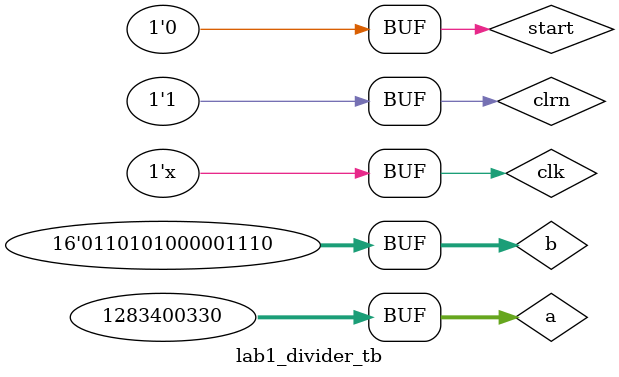
<source format=v>
`timescale 1ns / 1ps

module lab1_divider_tb();
    reg [31:00] a;
    reg [15:00] b;
    wire [31:00] q;
    wire [15:00] r;
    reg clk, start; 
    wire [4:0] count;
    reg clrn;
    
lab1_divider lab1_divider_uut(
    .clrn(clrn),
    .clk(clk),
    .start(start),
    .a(a),
    .b(b),
    .q(q),
    .r(r),
    .busy(busy),
    .ready(ready),
    .count(count)
    );
initial begin
    a = 32'h4c7f228a;
    b = 16'h6a0e;
    clk = 1;
    start = 0;
    #5 start = 1;
    clrn = 1;
    #10 start = 0;
end
always #5 clk = ~clk;
endmodule
</source>
